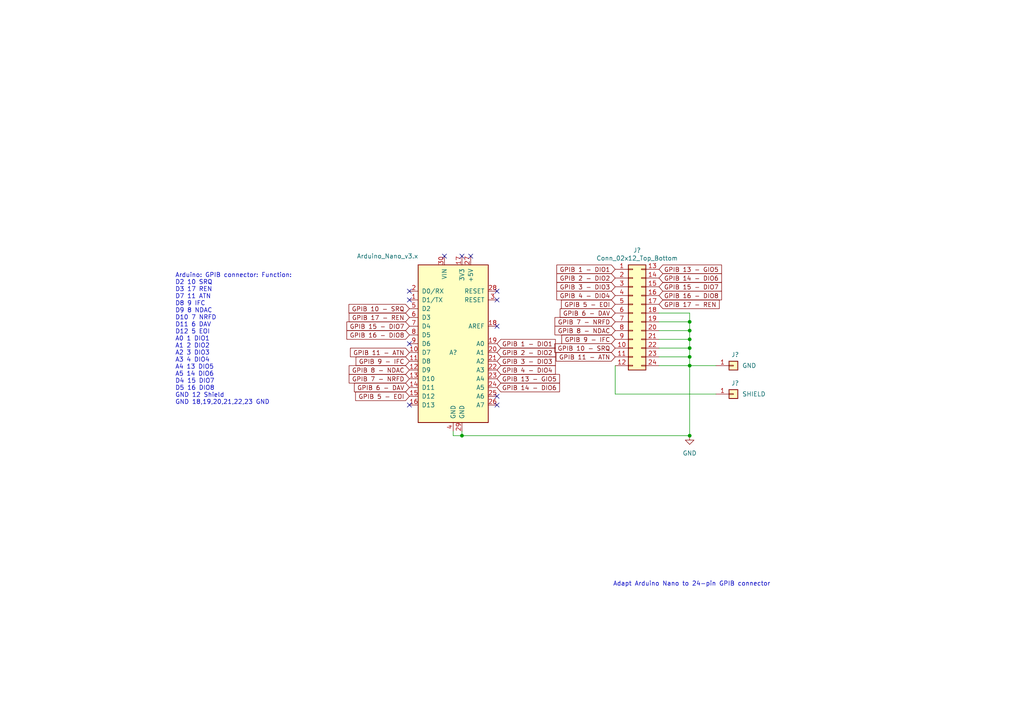
<source format=kicad_sch>
(kicad_sch (version 20211123) (generator eeschema)
  (paper "A4")
  (lib_symbols
    (symbol "Connector_Generic:Conn_01x01" (pin_names (offset 1.016) hide)
      (property "Reference" "J" (at 0 2.54 0))
      (property "Value" "Connector_Generic_Conn_01x01" (at 0 -2.54 0))
      (symbol "Conn_01x01_1_1"
        (rectangle (start -1.27 0.127) (end 0 -0.127) (stroke (width 0.1524)))
        (rectangle (start -1.27 1.27) (end 1.27 -1.27) (stroke (width 0.254)) (fill (type background)))
        (pin passive line (at -5.08 0 0) (length 3.81) (name "Pin_1") (number "1"))
      )
    )
    (symbol "Connector_Generic:Conn_02x12_Top_Bottom" (pin_names (offset 1.016) hide)
      (property "Reference" "J" (at 1.27 15.24 0))
      (property "Value" "Conn_02x12_Top_Bottom" (at 1.27 -17.78 0))
      (symbol "Conn_02x12_Top_Bottom_1_1"
        (rectangle (start -1.27 -15.113) (end 0 -15.367) (stroke (width 0.1524)))
        (rectangle (start -1.27 -12.573) (end 0 -12.827) (stroke (width 0.1524)))
        (rectangle (start -1.27 -10.033) (end 0 -10.287) (stroke (width 0.1524)))
        (rectangle (start -1.27 -7.493) (end 0 -7.747) (stroke (width 0.1524)))
        (rectangle (start -1.27 -4.953) (end 0 -5.207) (stroke (width 0.1524)))
        (rectangle (start -1.27 -2.413) (end 0 -2.667) (stroke (width 0.1524)))
        (rectangle (start -1.27 0.127) (end 0 -0.127) (stroke (width 0.1524)))
        (rectangle (start -1.27 2.667) (end 0 2.413) (stroke (width 0.1524)))
        (rectangle (start -1.27 5.207) (end 0 4.953) (stroke (width 0.1524)))
        (rectangle (start -1.27 7.747) (end 0 7.493) (stroke (width 0.1524)))
        (rectangle (start -1.27 10.287) (end 0 10.033) (stroke (width 0.1524)))
        (rectangle (start -1.27 12.827) (end 0 12.573) (stroke (width 0.1524)))
        (rectangle (start -1.27 13.97) (end 3.81 -16.51) (stroke (width 0.254)) (fill (type background)))
        (rectangle (start 3.81 -15.113) (end 2.54 -15.367) (stroke (width 0.1524)))
        (rectangle (start 3.81 -12.573) (end 2.54 -12.827) (stroke (width 0.1524)))
        (rectangle (start 3.81 -10.033) (end 2.54 -10.287) (stroke (width 0.1524)))
        (rectangle (start 3.81 -7.493) (end 2.54 -7.747) (stroke (width 0.1524)))
        (rectangle (start 3.81 -4.953) (end 2.54 -5.207) (stroke (width 0.1524)))
        (rectangle (start 3.81 -2.413) (end 2.54 -2.667) (stroke (width 0.1524)))
        (rectangle (start 3.81 0.127) (end 2.54 -0.127) (stroke (width 0.1524)))
        (rectangle (start 3.81 2.667) (end 2.54 2.413) (stroke (width 0.1524)))
        (rectangle (start 3.81 5.207) (end 2.54 4.953) (stroke (width 0.1524)))
        (rectangle (start 3.81 7.747) (end 2.54 7.493) (stroke (width 0.1524)))
        (rectangle (start 3.81 10.287) (end 2.54 10.033) (stroke (width 0.1524)))
        (rectangle (start 3.81 12.827) (end 2.54 12.573) (stroke (width 0.1524)))
        (pin passive line (at -5.08 12.7 0) (length 3.81) (name "Pin_1") (number "1"))
        (pin passive line (at -5.08 -10.16 0) (length 3.81) (name "Pin_10") (number "10"))
        (pin passive line (at -5.08 -12.7 0) (length 3.81) (name "Pin_11") (number "11"))
        (pin passive line (at -5.08 -15.24 0) (length 3.81) (name "Pin_12") (number "12"))
        (pin passive line (at 7.62 12.7 180) (length 3.81) (name "Pin_13") (number "13"))
        (pin passive line (at 7.62 10.16 180) (length 3.81) (name "Pin_14") (number "14"))
        (pin passive line (at 7.62 7.62 180) (length 3.81) (name "Pin_15") (number "15"))
        (pin passive line (at 7.62 5.08 180) (length 3.81) (name "Pin_16") (number "16"))
        (pin passive line (at 7.62 2.54 180) (length 3.81) (name "Pin_17") (number "17"))
        (pin passive line (at 7.62 0 180) (length 3.81) (name "Pin_18") (number "18"))
        (pin passive line (at 7.62 -2.54 180) (length 3.81) (name "Pin_19") (number "19"))
        (pin passive line (at -5.08 10.16 0) (length 3.81) (name "Pin_2") (number "2"))
        (pin passive line (at 7.62 -5.08 180) (length 3.81) (name "Pin_20") (number "20"))
        (pin passive line (at 7.62 -7.62 180) (length 3.81) (name "Pin_21") (number "21"))
        (pin passive line (at 7.62 -10.16 180) (length 3.81) (name "Pin_22") (number "22"))
        (pin passive line (at 7.62 -12.7 180) (length 3.81) (name "Pin_23") (number "23"))
        (pin passive line (at 7.62 -15.24 180) (length 3.81) (name "Pin_24") (number "24"))
        (pin passive line (at -5.08 7.62 0) (length 3.81) (name "Pin_3") (number "3"))
        (pin passive line (at -5.08 5.08 0) (length 3.81) (name "Pin_4") (number "4"))
        (pin passive line (at -5.08 2.54 0) (length 3.81) (name "Pin_5") (number "5"))
        (pin passive line (at -5.08 0 0) (length 3.81) (name "Pin_6") (number "6"))
        (pin passive line (at -5.08 -2.54 0) (length 3.81) (name "Pin_7") (number "7"))
        (pin passive line (at -5.08 -5.08 0) (length 3.81) (name "Pin_8") (number "8"))
        (pin passive line (at -5.08 -7.62 0) (length 3.81) (name "Pin_9") (number "9"))
      )
    )
    (symbol "PCB2-rescue:Arduino_Nano_v3.x-MCU_Module" (pin_names (offset 1.016))
      (property "Reference" "A" (at -5.08 26.035 0))
      (property "Value" "Arduino_Nano_v3.x-MCU_Module" (at -5.08 24.13 0))
      (symbol "Arduino_Nano_v3.x-MCU_Module_0_1"
        (rectangle (start -10.16 22.86) (end 10.16 -22.86) (stroke (width 0.254)) (fill (type background)))
      )
      (symbol "Arduino_Nano_v3.x-MCU_Module_1_1"
        (pin bidirectional line (at -12.7 12.7 0) (length 2.54) (name "D1/TX") (number "1"))
        (pin bidirectional line (at -12.7 -2.54 0) (length 2.54) (name "D7") (number "10"))
        (pin bidirectional line (at -12.7 -5.08 0) (length 2.54) (name "D8") (number "11"))
        (pin bidirectional line (at -12.7 -7.62 0) (length 2.54) (name "D9") (number "12"))
        (pin bidirectional line (at -12.7 -10.16 0) (length 2.54) (name "D10") (number "13"))
        (pin bidirectional line (at -12.7 -12.7 0) (length 2.54) (name "D11") (number "14"))
        (pin bidirectional line (at -12.7 -15.24 0) (length 2.54) (name "D12") (number "15"))
        (pin bidirectional line (at -12.7 -17.78 0) (length 2.54) (name "D13") (number "16"))
        (pin power_out line (at 2.54 25.4 270) (length 2.54) (name "3V3") (number "17"))
        (pin input line (at 12.7 5.08 180) (length 2.54) (name "AREF") (number "18"))
        (pin bidirectional line (at 12.7 0 180) (length 2.54) (name "A0") (number "19"))
        (pin bidirectional line (at -12.7 15.24 0) (length 2.54) (name "D0/RX") (number "2"))
        (pin bidirectional line (at 12.7 -2.54 180) (length 2.54) (name "A1") (number "20"))
        (pin bidirectional line (at 12.7 -5.08 180) (length 2.54) (name "A2") (number "21"))
        (pin bidirectional line (at 12.7 -7.62 180) (length 2.54) (name "A3") (number "22"))
        (pin bidirectional line (at 12.7 -10.16 180) (length 2.54) (name "A4") (number "23"))
        (pin bidirectional line (at 12.7 -12.7 180) (length 2.54) (name "A5") (number "24"))
        (pin bidirectional line (at 12.7 -15.24 180) (length 2.54) (name "A6") (number "25"))
        (pin bidirectional line (at 12.7 -17.78 180) (length 2.54) (name "A7") (number "26"))
        (pin power_out line (at 5.08 25.4 270) (length 2.54) (name "+5V") (number "27"))
        (pin input line (at 12.7 15.24 180) (length 2.54) (name "RESET") (number "28"))
        (pin power_in line (at 2.54 -25.4 90) (length 2.54) (name "GND") (number "29"))
        (pin input line (at 12.7 12.7 180) (length 2.54) (name "RESET") (number "3"))
        (pin power_in line (at -2.54 25.4 270) (length 2.54) (name "VIN") (number "30"))
        (pin power_in line (at 0 -25.4 90) (length 2.54) (name "GND") (number "4"))
        (pin bidirectional line (at -12.7 10.16 0) (length 2.54) (name "D2") (number "5"))
        (pin bidirectional line (at -12.7 7.62 0) (length 2.54) (name "D3") (number "6"))
        (pin bidirectional line (at -12.7 5.08 0) (length 2.54) (name "D4") (number "7"))
        (pin bidirectional line (at -12.7 2.54 0) (length 2.54) (name "D5") (number "8"))
        (pin bidirectional line (at -12.7 0 0) (length 2.54) (name "D6") (number "9"))
      )
    )
    (symbol "power:GND" (power) (pin_names (offset 0))
      (property "Value" "GND" (at 0 -3.81 0))
      (symbol "GND_0_1"
        (polyline (pts (xy 0 0) (xy 0 -1.27) (xy 1.27 -1.27) (xy 0 -2.54) (xy -1.27 -1.27) (xy 0 -1.27)))
      )
      (symbol "GND_1_1"
        (pin power_in line (at 0 0 270) (length 0) hide (name "GND") (number "1"))
      )
    )
  )
  (junction (at 200.025 95.885))
  (junction (at 200.025 93.345))
  (junction (at 200.025 100.965))
  (junction (at 200.025 103.505))
  (junction (at 200.025 106.045))
  (junction (at 200.025 126.365))
  (junction (at 133.985 126.365))
  (junction (at 200.025 98.425))
  (no_connect (at 144.145 114.935))
  (no_connect (at 118.745 84.455))
  (no_connect (at 144.145 84.455))
  (no_connect (at 144.145 94.615))
  (no_connect (at 144.145 86.995))
  (no_connect (at 118.745 117.475))
  (no_connect (at 128.905 74.295))
  (no_connect (at 118.745 86.995))
  (no_connect (at 136.525 74.295))
  (no_connect (at 144.145 117.475))
  (no_connect (at 133.985 74.295))
  (no_connect (at 118.745 99.695))
  (wire (pts (xy 200.025 126.365) (xy 200.025 106.045)))
  (wire (pts (xy 133.985 126.365) (xy 200.025 126.365)))
  (wire (pts (xy 178.435 114.3) (xy 207.645 114.3)))
  (wire (pts (xy 200.025 103.505) (xy 200.025 100.965)))
  (wire (pts (xy 200.025 90.805) (xy 191.135 90.805)))
  (wire (pts (xy 133.985 125.095) (xy 133.985 126.365)))
  (wire (pts (xy 200.025 106.045) (xy 207.645 106.045)))
  (wire (pts (xy 200.025 95.885) (xy 200.025 93.345)))
  (wire (pts (xy 178.435 106.045) (xy 178.435 114.3)))
  (wire (pts (xy 131.445 126.365) (xy 133.985 126.365)))
  (wire (pts (xy 191.135 98.425) (xy 200.025 98.425)))
  (wire (pts (xy 200.025 93.345) (xy 200.025 90.805)))
  (wire (pts (xy 191.135 93.345) (xy 200.025 93.345)))
  (wire (pts (xy 191.135 106.045) (xy 200.025 106.045)))
  (wire (pts (xy 200.025 100.965) (xy 200.025 98.425)))
  (wire (pts (xy 191.135 100.965) (xy 200.025 100.965)))
  (wire (pts (xy 200.025 98.425) (xy 200.025 95.885)))
  (wire (pts (xy 200.025 106.045) (xy 200.025 103.505)))
  (wire (pts (xy 191.135 95.885) (xy 200.025 95.885)))
  (wire (pts (xy 131.445 125.095) (xy 131.445 126.365)))
  (wire (pts (xy 191.135 103.505) (xy 200.025 103.505)))
  (text "Adapt Arduino Nano to 24-pin GPIB connector" (at 177.8 170.18 0) (effects (font (size 1.27 1.27)) (justify left bottom)))
  (text "Arduino: GPIB connector: Function:\nD2 10 SRQ\nD3 17 REN\nD7 11 ATN\nD8 9 IFC\nD9 8 NDAC\nD10 7 NRFD\nD11 6 DAV\nD12 5 EOI\nA0 1 DIO1\nA1 2 DIO2\nA2 3 DIO3\nA3 4 DIO4\nA4 13 DIO5\nA5 14 DIO6\nD4 15 DIO7\nD5 16 DIO8\nGND 12 Shield\nGND 18,19,20,21,22,23 GND" (at 50.8 117.475 0) (effects (font (size 1.27 1.27)) (justify left bottom)))
  (global_label "GPIB 2 - DIO2" (shape input) (at 144.145 102.235 0) (property "Intersheet References" "${INTERSHEET_REFS}" (effects hide)))
  (global_label "GPIB 14 - DIO6" (shape input) (at 191.135 80.645 0) (property "Intersheet References" "${INTERSHEET_REFS}" (effects hide)))
  (global_label "GPIB 3 - DIO3" (shape input) (at 144.145 104.775 0) (property "Intersheet References" "${INTERSHEET_REFS}" (effects hide)))
  (global_label "GPIB 3 - DIO3" (shape input) (at 178.435 83.185 180) (property "Intersheet References" "${INTERSHEET_REFS}" (effects hide)))
  (global_label "GPIB 16 - DIO8" (shape input) (at 118.745 97.155 180) (property "Intersheet References" "${INTERSHEET_REFS}" (effects hide)))
  (global_label "GPIB 9 - IFC" (shape input) (at 178.435 98.425 180) (property "Intersheet References" "${INTERSHEET_REFS}" (effects hide)))
  (global_label "GPIB 11 - ATN" (shape input) (at 118.745 102.235 180) (property "Intersheet References" "${INTERSHEET_REFS}" (effects hide)))
  (global_label "GPIB 17 - REN" (shape input) (at 118.745 92.075 180) (property "Intersheet References" "${INTERSHEET_REFS}" (effects hide)))
  (global_label "GPIB 7 - NRFD" (shape input) (at 178.435 93.345 180) (property "Intersheet References" "${INTERSHEET_REFS}" (effects hide)))
  (global_label "GPIB 5 - EOI" (shape input) (at 178.435 88.265 180) (property "Intersheet References" "${INTERSHEET_REFS}" (effects hide)))
  (global_label "GPIB 6 - DAV" (shape input) (at 178.435 90.805 180) (property "Intersheet References" "${INTERSHEET_REFS}" (effects hide)))
  (global_label "GPIB 10 - SRQ" (shape input) (at 178.435 100.965 180) (property "Intersheet References" "${INTERSHEET_REFS}" (effects hide)))
  (global_label "GPIB 15 - DIO7" (shape input) (at 191.135 83.185 0) (property "Intersheet References" "${INTERSHEET_REFS}" (effects hide)))
  (global_label "GPIB 10 - SRQ" (shape input) (at 118.745 89.535 180) (property "Intersheet References" "${INTERSHEET_REFS}" (effects hide)))
  (global_label "GPIB 15 - DIO7" (shape input) (at 118.745 94.615 180) (property "Intersheet References" "${INTERSHEET_REFS}" (effects hide)))
  (global_label "GPIB 17 - REN" (shape input) (at 191.135 88.265 0) (property "Intersheet References" "${INTERSHEET_REFS}" (effects hide)))
  (global_label "GPIB 13 - GIO5" (shape input) (at 191.135 78.105 0) (property "Intersheet References" "${INTERSHEET_REFS}" (effects hide)))
  (global_label "GPIB 16 - DIO8" (shape input) (at 191.135 85.725 0) (property "Intersheet References" "${INTERSHEET_REFS}" (effects hide)))
  (global_label "GPIB 4 - DIO4" (shape input) (at 144.145 107.315 0) (property "Intersheet References" "${INTERSHEET_REFS}" (effects hide)))
  (global_label "GPIB 7 - NRFD" (shape input) (at 118.745 109.855 180) (property "Intersheet References" "${INTERSHEET_REFS}" (effects hide)))
  (global_label "GPIB 1 - DIO1" (shape input) (at 144.145 99.695 0) (property "Intersheet References" "${INTERSHEET_REFS}" (effects hide)))
  (global_label "GPIB 1 - DIO1" (shape input) (at 178.435 78.105 180) (property "Intersheet References" "${INTERSHEET_REFS}" (effects hide)))
  (global_label "GPIB 14 - DIO6" (shape input) (at 144.145 112.395 0) (property "Intersheet References" "${INTERSHEET_REFS}" (effects hide)))
  (global_label "GPIB 6 - DAV" (shape input) (at 118.745 112.395 180) (property "Intersheet References" "${INTERSHEET_REFS}" (effects hide)))
  (global_label "GPIB 5 - EOI" (shape input) (at 118.745 114.935 180) (property "Intersheet References" "${INTERSHEET_REFS}" (effects hide)))
  (global_label "GPIB 13 - GIO5" (shape input) (at 144.145 109.855 0) (property "Intersheet References" "${INTERSHEET_REFS}" (effects hide)))
  (global_label "GPIB 8 - NDAC" (shape input) (at 118.745 107.315 180) (property "Intersheet References" "${INTERSHEET_REFS}" (effects hide)))
  (global_label "GPIB 8 - NDAC" (shape input) (at 178.435 95.885 180) (property "Intersheet References" "${INTERSHEET_REFS}" (effects hide)))
  (global_label "GPIB 4 - DIO4" (shape input) (at 178.435 85.725 180) (property "Intersheet References" "${INTERSHEET_REFS}" (effects hide)))
  (global_label "GPIB 2 - DIO2" (shape input) (at 178.435 80.645 180) (property "Intersheet References" "${INTERSHEET_REFS}" (effects hide)))
  (global_label "GPIB 11 - ATN" (shape input) (at 178.435 103.505 180) (property "Intersheet References" "${INTERSHEET_REFS}" (effects hide)))
  (global_label "GPIB 9 - IFC" (shape input) (at 118.745 104.775 180) (property "Intersheet References" "${INTERSHEET_REFS}" (effects hide)))
  (symbol (lib_id "power:GND") (at 200.025 126.365 0) (unit 1)
    (property "Reference" "#PWR?" (effects hide))
    (property "Value" "GND" (at 200.025 131.445 0))
  )
  (symbol (lib_id "Connector_Generic:Conn_01x01") (at 212.725 106.045 0) (unit 1)
    (property "Reference" "J?" (at 212.09 102.87 0) (effects (justify left)))
    (property "Value" "GND" (at 215.265 106.045 0) (effects (justify left)))
    (property "Footprint" "Connector_PinHeader_1.00mm:PinHeader_1x01_P1.00mm_Vertical" (effects hide))
  )
  (symbol (lib_id "PCB2-rescue:Arduino_Nano_v3.x-MCU_Module") (at 131.445 99.695 0) (unit 1)
    (property "Reference" "A?" (at 131.445 102.235 0))
    (property "Value" "Arduino_Nano_v3.x" (at 112.395 74.295 0))
    (property "Footprint" "Module:Arduino_Nano" (effects hide))
    (property "Datasheet" "http://www.mouser.com/pdfdocs/Gravitech_Arduino_Nano3_0.pdf" (effects hide))
  )
  (symbol (lib_id "Connector_Generic:Conn_01x01") (at 212.725 114.3 0) (unit 1)
    (property "Reference" "J?" (at 212.09 111.125 0) (effects (justify left)))
    (property "Value" "SHIELD" (at 215.265 114.3 0) (effects (justify left)))
    (property "Footprint" "Connector_PinHeader_1.00mm:PinHeader_1x01_P1.00mm_Vertical" (effects hide))
  )
  (symbol (lib_id "Connector_Generic:Conn_02x12_Top_Bottom") (at 183.515 90.805 0) (unit 1)
    (property "Reference" "J?" (at 184.785 72.5932 0))
    (property "Value" "Conn_02x12_Top_Bottom" (at 184.785 74.9046 0))
    (property "Footprint" "microribbon:Microribbon-24" (effects hide))
  )
)
</source>
